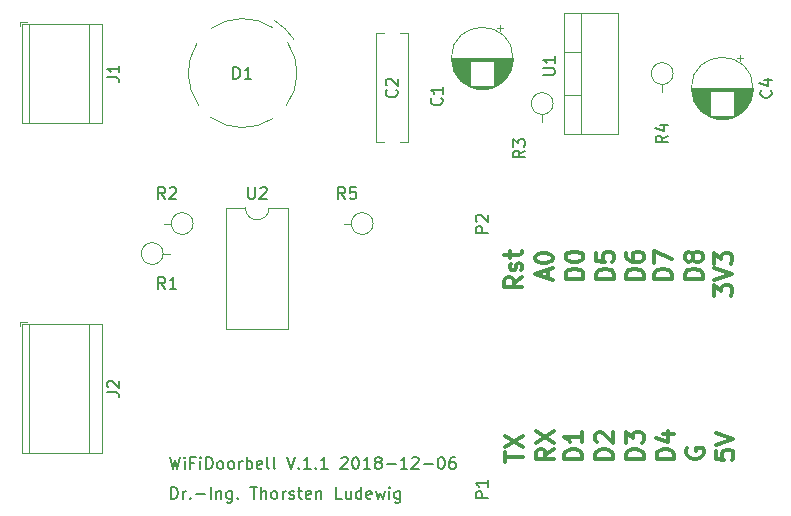
<source format=gbr>
G04 #@! TF.GenerationSoftware,KiCad,Pcbnew,(5.0.1-3-g963ef8bb5)*
G04 #@! TF.CreationDate,2018-12-14T14:37:57+01:00*
G04 #@! TF.ProjectId,WifiDoorBell-D1-mini,57696669446F6F7242656C6C2D44312D,1*
G04 #@! TF.SameCoordinates,Original*
G04 #@! TF.FileFunction,Legend,Top*
G04 #@! TF.FilePolarity,Positive*
%FSLAX46Y46*%
G04 Gerber Fmt 4.6, Leading zero omitted, Abs format (unit mm)*
G04 Created by KiCad (PCBNEW (5.0.1-3-g963ef8bb5)) date Freitag, 14. Dezember 2018 um 14:37:57*
%MOMM*%
%LPD*%
G01*
G04 APERTURE LIST*
%ADD10C,0.150000*%
%ADD11C,0.300000*%
%ADD12C,0.120000*%
G04 APERTURE END LIST*
D10*
X72630357Y-116292380D02*
X72868452Y-117292380D01*
X73058928Y-116578095D01*
X73249404Y-117292380D01*
X73487500Y-116292380D01*
X73868452Y-117292380D02*
X73868452Y-116625714D01*
X73868452Y-116292380D02*
X73820833Y-116340000D01*
X73868452Y-116387619D01*
X73916071Y-116340000D01*
X73868452Y-116292380D01*
X73868452Y-116387619D01*
X74677976Y-116768571D02*
X74344642Y-116768571D01*
X74344642Y-117292380D02*
X74344642Y-116292380D01*
X74820833Y-116292380D01*
X75201785Y-117292380D02*
X75201785Y-116625714D01*
X75201785Y-116292380D02*
X75154166Y-116340000D01*
X75201785Y-116387619D01*
X75249404Y-116340000D01*
X75201785Y-116292380D01*
X75201785Y-116387619D01*
X75677976Y-117292380D02*
X75677976Y-116292380D01*
X75916071Y-116292380D01*
X76058928Y-116340000D01*
X76154166Y-116435238D01*
X76201785Y-116530476D01*
X76249404Y-116720952D01*
X76249404Y-116863809D01*
X76201785Y-117054285D01*
X76154166Y-117149523D01*
X76058928Y-117244761D01*
X75916071Y-117292380D01*
X75677976Y-117292380D01*
X76820833Y-117292380D02*
X76725595Y-117244761D01*
X76677976Y-117197142D01*
X76630357Y-117101904D01*
X76630357Y-116816190D01*
X76677976Y-116720952D01*
X76725595Y-116673333D01*
X76820833Y-116625714D01*
X76963690Y-116625714D01*
X77058928Y-116673333D01*
X77106547Y-116720952D01*
X77154166Y-116816190D01*
X77154166Y-117101904D01*
X77106547Y-117197142D01*
X77058928Y-117244761D01*
X76963690Y-117292380D01*
X76820833Y-117292380D01*
X77725595Y-117292380D02*
X77630357Y-117244761D01*
X77582738Y-117197142D01*
X77535119Y-117101904D01*
X77535119Y-116816190D01*
X77582738Y-116720952D01*
X77630357Y-116673333D01*
X77725595Y-116625714D01*
X77868452Y-116625714D01*
X77963690Y-116673333D01*
X78011309Y-116720952D01*
X78058928Y-116816190D01*
X78058928Y-117101904D01*
X78011309Y-117197142D01*
X77963690Y-117244761D01*
X77868452Y-117292380D01*
X77725595Y-117292380D01*
X78487500Y-117292380D02*
X78487500Y-116625714D01*
X78487500Y-116816190D02*
X78535119Y-116720952D01*
X78582738Y-116673333D01*
X78677976Y-116625714D01*
X78773214Y-116625714D01*
X79106547Y-117292380D02*
X79106547Y-116292380D01*
X79106547Y-116673333D02*
X79201785Y-116625714D01*
X79392261Y-116625714D01*
X79487500Y-116673333D01*
X79535119Y-116720952D01*
X79582738Y-116816190D01*
X79582738Y-117101904D01*
X79535119Y-117197142D01*
X79487500Y-117244761D01*
X79392261Y-117292380D01*
X79201785Y-117292380D01*
X79106547Y-117244761D01*
X80392261Y-117244761D02*
X80297023Y-117292380D01*
X80106547Y-117292380D01*
X80011309Y-117244761D01*
X79963690Y-117149523D01*
X79963690Y-116768571D01*
X80011309Y-116673333D01*
X80106547Y-116625714D01*
X80297023Y-116625714D01*
X80392261Y-116673333D01*
X80439880Y-116768571D01*
X80439880Y-116863809D01*
X79963690Y-116959047D01*
X81011309Y-117292380D02*
X80916071Y-117244761D01*
X80868452Y-117149523D01*
X80868452Y-116292380D01*
X81535119Y-117292380D02*
X81439880Y-117244761D01*
X81392261Y-117149523D01*
X81392261Y-116292380D01*
X82535119Y-116292380D02*
X82868452Y-117292380D01*
X83201785Y-116292380D01*
X83535119Y-117197142D02*
X83582738Y-117244761D01*
X83535119Y-117292380D01*
X83487500Y-117244761D01*
X83535119Y-117197142D01*
X83535119Y-117292380D01*
X84535119Y-117292380D02*
X83963690Y-117292380D01*
X84249404Y-117292380D02*
X84249404Y-116292380D01*
X84154166Y-116435238D01*
X84058928Y-116530476D01*
X83963690Y-116578095D01*
X84963690Y-117197142D02*
X85011309Y-117244761D01*
X84963690Y-117292380D01*
X84916071Y-117244761D01*
X84963690Y-117197142D01*
X84963690Y-117292380D01*
X85963690Y-117292380D02*
X85392261Y-117292380D01*
X85677976Y-117292380D02*
X85677976Y-116292380D01*
X85582738Y-116435238D01*
X85487500Y-116530476D01*
X85392261Y-116578095D01*
X87106547Y-116387619D02*
X87154166Y-116340000D01*
X87249404Y-116292380D01*
X87487500Y-116292380D01*
X87582738Y-116340000D01*
X87630357Y-116387619D01*
X87677976Y-116482857D01*
X87677976Y-116578095D01*
X87630357Y-116720952D01*
X87058928Y-117292380D01*
X87677976Y-117292380D01*
X88297023Y-116292380D02*
X88392261Y-116292380D01*
X88487500Y-116340000D01*
X88535119Y-116387619D01*
X88582738Y-116482857D01*
X88630357Y-116673333D01*
X88630357Y-116911428D01*
X88582738Y-117101904D01*
X88535119Y-117197142D01*
X88487500Y-117244761D01*
X88392261Y-117292380D01*
X88297023Y-117292380D01*
X88201785Y-117244761D01*
X88154166Y-117197142D01*
X88106547Y-117101904D01*
X88058928Y-116911428D01*
X88058928Y-116673333D01*
X88106547Y-116482857D01*
X88154166Y-116387619D01*
X88201785Y-116340000D01*
X88297023Y-116292380D01*
X89582738Y-117292380D02*
X89011309Y-117292380D01*
X89297023Y-117292380D02*
X89297023Y-116292380D01*
X89201785Y-116435238D01*
X89106547Y-116530476D01*
X89011309Y-116578095D01*
X90154166Y-116720952D02*
X90058928Y-116673333D01*
X90011309Y-116625714D01*
X89963690Y-116530476D01*
X89963690Y-116482857D01*
X90011309Y-116387619D01*
X90058928Y-116340000D01*
X90154166Y-116292380D01*
X90344642Y-116292380D01*
X90439880Y-116340000D01*
X90487500Y-116387619D01*
X90535119Y-116482857D01*
X90535119Y-116530476D01*
X90487500Y-116625714D01*
X90439880Y-116673333D01*
X90344642Y-116720952D01*
X90154166Y-116720952D01*
X90058928Y-116768571D01*
X90011309Y-116816190D01*
X89963690Y-116911428D01*
X89963690Y-117101904D01*
X90011309Y-117197142D01*
X90058928Y-117244761D01*
X90154166Y-117292380D01*
X90344642Y-117292380D01*
X90439880Y-117244761D01*
X90487500Y-117197142D01*
X90535119Y-117101904D01*
X90535119Y-116911428D01*
X90487500Y-116816190D01*
X90439880Y-116768571D01*
X90344642Y-116720952D01*
X90963690Y-116911428D02*
X91725595Y-116911428D01*
X92725595Y-117292380D02*
X92154166Y-117292380D01*
X92439880Y-117292380D02*
X92439880Y-116292380D01*
X92344642Y-116435238D01*
X92249404Y-116530476D01*
X92154166Y-116578095D01*
X93106547Y-116387619D02*
X93154166Y-116340000D01*
X93249404Y-116292380D01*
X93487500Y-116292380D01*
X93582738Y-116340000D01*
X93630357Y-116387619D01*
X93677976Y-116482857D01*
X93677976Y-116578095D01*
X93630357Y-116720952D01*
X93058928Y-117292380D01*
X93677976Y-117292380D01*
X94106547Y-116911428D02*
X94868452Y-116911428D01*
X95535119Y-116292380D02*
X95630357Y-116292380D01*
X95725595Y-116340000D01*
X95773214Y-116387619D01*
X95820833Y-116482857D01*
X95868452Y-116673333D01*
X95868452Y-116911428D01*
X95820833Y-117101904D01*
X95773214Y-117197142D01*
X95725595Y-117244761D01*
X95630357Y-117292380D01*
X95535119Y-117292380D01*
X95439880Y-117244761D01*
X95392261Y-117197142D01*
X95344642Y-117101904D01*
X95297023Y-116911428D01*
X95297023Y-116673333D01*
X95344642Y-116482857D01*
X95392261Y-116387619D01*
X95439880Y-116340000D01*
X95535119Y-116292380D01*
X96725595Y-116292380D02*
X96535119Y-116292380D01*
X96439880Y-116340000D01*
X96392261Y-116387619D01*
X96297023Y-116530476D01*
X96249404Y-116720952D01*
X96249404Y-117101904D01*
X96297023Y-117197142D01*
X96344642Y-117244761D01*
X96439880Y-117292380D01*
X96630357Y-117292380D01*
X96725595Y-117244761D01*
X96773214Y-117197142D01*
X96820833Y-117101904D01*
X96820833Y-116863809D01*
X96773214Y-116768571D01*
X96725595Y-116720952D01*
X96630357Y-116673333D01*
X96439880Y-116673333D01*
X96344642Y-116720952D01*
X96297023Y-116768571D01*
X96249404Y-116863809D01*
X72725595Y-119832380D02*
X72725595Y-118832380D01*
X72963690Y-118832380D01*
X73106547Y-118880000D01*
X73201785Y-118975238D01*
X73249404Y-119070476D01*
X73297023Y-119260952D01*
X73297023Y-119403809D01*
X73249404Y-119594285D01*
X73201785Y-119689523D01*
X73106547Y-119784761D01*
X72963690Y-119832380D01*
X72725595Y-119832380D01*
X73725595Y-119832380D02*
X73725595Y-119165714D01*
X73725595Y-119356190D02*
X73773214Y-119260952D01*
X73820833Y-119213333D01*
X73916071Y-119165714D01*
X74011309Y-119165714D01*
X74344642Y-119737142D02*
X74392261Y-119784761D01*
X74344642Y-119832380D01*
X74297023Y-119784761D01*
X74344642Y-119737142D01*
X74344642Y-119832380D01*
X74820833Y-119451428D02*
X75582738Y-119451428D01*
X76058928Y-119832380D02*
X76058928Y-118832380D01*
X76535119Y-119165714D02*
X76535119Y-119832380D01*
X76535119Y-119260952D02*
X76582738Y-119213333D01*
X76677976Y-119165714D01*
X76820833Y-119165714D01*
X76916071Y-119213333D01*
X76963690Y-119308571D01*
X76963690Y-119832380D01*
X77868452Y-119165714D02*
X77868452Y-119975238D01*
X77820833Y-120070476D01*
X77773214Y-120118095D01*
X77677976Y-120165714D01*
X77535119Y-120165714D01*
X77439880Y-120118095D01*
X77868452Y-119784761D02*
X77773214Y-119832380D01*
X77582738Y-119832380D01*
X77487500Y-119784761D01*
X77439880Y-119737142D01*
X77392261Y-119641904D01*
X77392261Y-119356190D01*
X77439880Y-119260952D01*
X77487500Y-119213333D01*
X77582738Y-119165714D01*
X77773214Y-119165714D01*
X77868452Y-119213333D01*
X78344642Y-119737142D02*
X78392261Y-119784761D01*
X78344642Y-119832380D01*
X78297023Y-119784761D01*
X78344642Y-119737142D01*
X78344642Y-119832380D01*
X79439880Y-118832380D02*
X80011309Y-118832380D01*
X79725595Y-119832380D02*
X79725595Y-118832380D01*
X80344642Y-119832380D02*
X80344642Y-118832380D01*
X80773214Y-119832380D02*
X80773214Y-119308571D01*
X80725595Y-119213333D01*
X80630357Y-119165714D01*
X80487500Y-119165714D01*
X80392261Y-119213333D01*
X80344642Y-119260952D01*
X81392261Y-119832380D02*
X81297023Y-119784761D01*
X81249404Y-119737142D01*
X81201785Y-119641904D01*
X81201785Y-119356190D01*
X81249404Y-119260952D01*
X81297023Y-119213333D01*
X81392261Y-119165714D01*
X81535119Y-119165714D01*
X81630357Y-119213333D01*
X81677976Y-119260952D01*
X81725595Y-119356190D01*
X81725595Y-119641904D01*
X81677976Y-119737142D01*
X81630357Y-119784761D01*
X81535119Y-119832380D01*
X81392261Y-119832380D01*
X82154166Y-119832380D02*
X82154166Y-119165714D01*
X82154166Y-119356190D02*
X82201785Y-119260952D01*
X82249404Y-119213333D01*
X82344642Y-119165714D01*
X82439880Y-119165714D01*
X82725595Y-119784761D02*
X82820833Y-119832380D01*
X83011309Y-119832380D01*
X83106547Y-119784761D01*
X83154166Y-119689523D01*
X83154166Y-119641904D01*
X83106547Y-119546666D01*
X83011309Y-119499047D01*
X82868452Y-119499047D01*
X82773214Y-119451428D01*
X82725595Y-119356190D01*
X82725595Y-119308571D01*
X82773214Y-119213333D01*
X82868452Y-119165714D01*
X83011309Y-119165714D01*
X83106547Y-119213333D01*
X83439880Y-119165714D02*
X83820833Y-119165714D01*
X83582738Y-118832380D02*
X83582738Y-119689523D01*
X83630357Y-119784761D01*
X83725595Y-119832380D01*
X83820833Y-119832380D01*
X84535119Y-119784761D02*
X84439880Y-119832380D01*
X84249404Y-119832380D01*
X84154166Y-119784761D01*
X84106547Y-119689523D01*
X84106547Y-119308571D01*
X84154166Y-119213333D01*
X84249404Y-119165714D01*
X84439880Y-119165714D01*
X84535119Y-119213333D01*
X84582738Y-119308571D01*
X84582738Y-119403809D01*
X84106547Y-119499047D01*
X85011309Y-119165714D02*
X85011309Y-119832380D01*
X85011309Y-119260952D02*
X85058928Y-119213333D01*
X85154166Y-119165714D01*
X85297023Y-119165714D01*
X85392261Y-119213333D01*
X85439880Y-119308571D01*
X85439880Y-119832380D01*
X87154166Y-119832380D02*
X86677976Y-119832380D01*
X86677976Y-118832380D01*
X87916071Y-119165714D02*
X87916071Y-119832380D01*
X87487500Y-119165714D02*
X87487500Y-119689523D01*
X87535119Y-119784761D01*
X87630357Y-119832380D01*
X87773214Y-119832380D01*
X87868452Y-119784761D01*
X87916071Y-119737142D01*
X88820833Y-119832380D02*
X88820833Y-118832380D01*
X88820833Y-119784761D02*
X88725595Y-119832380D01*
X88535119Y-119832380D01*
X88439880Y-119784761D01*
X88392261Y-119737142D01*
X88344642Y-119641904D01*
X88344642Y-119356190D01*
X88392261Y-119260952D01*
X88439880Y-119213333D01*
X88535119Y-119165714D01*
X88725595Y-119165714D01*
X88820833Y-119213333D01*
X89677976Y-119784761D02*
X89582738Y-119832380D01*
X89392261Y-119832380D01*
X89297023Y-119784761D01*
X89249404Y-119689523D01*
X89249404Y-119308571D01*
X89297023Y-119213333D01*
X89392261Y-119165714D01*
X89582738Y-119165714D01*
X89677976Y-119213333D01*
X89725595Y-119308571D01*
X89725595Y-119403809D01*
X89249404Y-119499047D01*
X90058928Y-119165714D02*
X90249404Y-119832380D01*
X90439880Y-119356190D01*
X90630357Y-119832380D01*
X90820833Y-119165714D01*
X91201785Y-119832380D02*
X91201785Y-119165714D01*
X91201785Y-118832380D02*
X91154166Y-118880000D01*
X91201785Y-118927619D01*
X91249404Y-118880000D01*
X91201785Y-118832380D01*
X91201785Y-118927619D01*
X92106547Y-119165714D02*
X92106547Y-119975238D01*
X92058928Y-120070476D01*
X92011309Y-120118095D01*
X91916071Y-120165714D01*
X91773214Y-120165714D01*
X91677976Y-120118095D01*
X92106547Y-119784761D02*
X92011309Y-119832380D01*
X91820833Y-119832380D01*
X91725595Y-119784761D01*
X91677976Y-119737142D01*
X91630357Y-119641904D01*
X91630357Y-119356190D01*
X91677976Y-119260952D01*
X91725595Y-119213333D01*
X91820833Y-119165714D01*
X92011309Y-119165714D01*
X92106547Y-119213333D01*
D11*
X107625850Y-101197838D02*
X106125850Y-101197838D01*
X106125850Y-100840696D01*
X106197279Y-100626410D01*
X106340136Y-100483553D01*
X106482993Y-100412124D01*
X106768707Y-100340696D01*
X106982993Y-100340696D01*
X107268707Y-100412124D01*
X107411564Y-100483553D01*
X107554421Y-100626410D01*
X107625850Y-100840696D01*
X107625850Y-101197838D01*
X106125850Y-99412124D02*
X106125850Y-99269267D01*
X106197279Y-99126410D01*
X106268707Y-99054981D01*
X106411564Y-98983553D01*
X106697279Y-98912124D01*
X107054421Y-98912124D01*
X107340136Y-98983553D01*
X107482993Y-99054981D01*
X107554421Y-99126410D01*
X107625850Y-99269267D01*
X107625850Y-99412124D01*
X107554421Y-99554981D01*
X107482993Y-99626410D01*
X107340136Y-99697838D01*
X107054421Y-99769267D01*
X106697279Y-99769267D01*
X106411564Y-99697838D01*
X106268707Y-99626410D01*
X106197279Y-99554981D01*
X106125850Y-99412124D01*
X112725850Y-116457838D02*
X111225850Y-116457838D01*
X111225850Y-116100696D01*
X111297279Y-115886410D01*
X111440136Y-115743553D01*
X111582993Y-115672124D01*
X111868707Y-115600696D01*
X112082993Y-115600696D01*
X112368707Y-115672124D01*
X112511564Y-115743553D01*
X112654421Y-115886410D01*
X112725850Y-116100696D01*
X112725850Y-116457838D01*
X111225850Y-115100696D02*
X111225850Y-114172124D01*
X111797279Y-114672124D01*
X111797279Y-114457838D01*
X111868707Y-114314981D01*
X111940136Y-114243553D01*
X112082993Y-114172124D01*
X112440136Y-114172124D01*
X112582993Y-114243553D01*
X112654421Y-114314981D01*
X112725850Y-114457838D01*
X112725850Y-114886410D01*
X112654421Y-115029267D01*
X112582993Y-115100696D01*
X104597279Y-101162124D02*
X104597279Y-100447838D01*
X105025850Y-101304981D02*
X103525850Y-100804981D01*
X105025850Y-100304981D01*
X103525850Y-99519267D02*
X103525850Y-99376410D01*
X103597279Y-99233553D01*
X103668707Y-99162124D01*
X103811564Y-99090696D01*
X104097279Y-99019267D01*
X104454421Y-99019267D01*
X104740136Y-99090696D01*
X104882993Y-99162124D01*
X104954421Y-99233553D01*
X105025850Y-99376410D01*
X105025850Y-99519267D01*
X104954421Y-99662124D01*
X104882993Y-99733553D01*
X104740136Y-99804981D01*
X104454421Y-99876410D01*
X104097279Y-99876410D01*
X103811564Y-99804981D01*
X103668707Y-99733553D01*
X103597279Y-99662124D01*
X103525850Y-99519267D01*
X101025850Y-116693553D02*
X101025850Y-115836410D01*
X102525850Y-116264981D02*
X101025850Y-116264981D01*
X101025850Y-115479267D02*
X102525850Y-114479267D01*
X101025850Y-114479267D02*
X102525850Y-115479267D01*
X117725850Y-101197838D02*
X116225850Y-101197838D01*
X116225850Y-100840696D01*
X116297279Y-100626410D01*
X116440136Y-100483553D01*
X116582993Y-100412124D01*
X116868707Y-100340696D01*
X117082993Y-100340696D01*
X117368707Y-100412124D01*
X117511564Y-100483553D01*
X117654421Y-100626410D01*
X117725850Y-100840696D01*
X117725850Y-101197838D01*
X116868707Y-99483553D02*
X116797279Y-99626410D01*
X116725850Y-99697838D01*
X116582993Y-99769267D01*
X116511564Y-99769267D01*
X116368707Y-99697838D01*
X116297279Y-99626410D01*
X116225850Y-99483553D01*
X116225850Y-99197838D01*
X116297279Y-99054981D01*
X116368707Y-98983553D01*
X116511564Y-98912124D01*
X116582993Y-98912124D01*
X116725850Y-98983553D01*
X116797279Y-99054981D01*
X116868707Y-99197838D01*
X116868707Y-99483553D01*
X116940136Y-99626410D01*
X117011564Y-99697838D01*
X117154421Y-99769267D01*
X117440136Y-99769267D01*
X117582993Y-99697838D01*
X117654421Y-99626410D01*
X117725850Y-99483553D01*
X117725850Y-99197838D01*
X117654421Y-99054981D01*
X117582993Y-98983553D01*
X117440136Y-98912124D01*
X117154421Y-98912124D01*
X117011564Y-98983553D01*
X116940136Y-99054981D01*
X116868707Y-99197838D01*
X115325850Y-116457838D02*
X113825850Y-116457838D01*
X113825850Y-116100696D01*
X113897279Y-115886410D01*
X114040136Y-115743553D01*
X114182993Y-115672124D01*
X114468707Y-115600696D01*
X114682993Y-115600696D01*
X114968707Y-115672124D01*
X115111564Y-115743553D01*
X115254421Y-115886410D01*
X115325850Y-116100696D01*
X115325850Y-116457838D01*
X114325850Y-114314981D02*
X115325850Y-114314981D01*
X113754421Y-114672124D02*
X114825850Y-115029267D01*
X114825850Y-114100696D01*
X102425850Y-101062124D02*
X101711564Y-101562124D01*
X102425850Y-101919267D02*
X100925850Y-101919267D01*
X100925850Y-101347838D01*
X100997279Y-101204981D01*
X101068707Y-101133553D01*
X101211564Y-101062124D01*
X101425850Y-101062124D01*
X101568707Y-101133553D01*
X101640136Y-101204981D01*
X101711564Y-101347838D01*
X101711564Y-101919267D01*
X102354421Y-100490696D02*
X102425850Y-100347838D01*
X102425850Y-100062124D01*
X102354421Y-99919267D01*
X102211564Y-99847838D01*
X102140136Y-99847838D01*
X101997279Y-99919267D01*
X101925850Y-100062124D01*
X101925850Y-100276410D01*
X101854421Y-100419267D01*
X101711564Y-100490696D01*
X101640136Y-100490696D01*
X101497279Y-100419267D01*
X101425850Y-100276410D01*
X101425850Y-100062124D01*
X101497279Y-99919267D01*
X101425850Y-99419267D02*
X101425850Y-98847838D01*
X100925850Y-99204981D02*
X102211564Y-99204981D01*
X102354421Y-99133553D01*
X102425850Y-98990696D01*
X102425850Y-98847838D01*
X118825850Y-115736410D02*
X118825850Y-116450696D01*
X119540136Y-116522124D01*
X119468707Y-116450696D01*
X119397279Y-116307838D01*
X119397279Y-115950696D01*
X119468707Y-115807838D01*
X119540136Y-115736410D01*
X119682993Y-115664981D01*
X120040136Y-115664981D01*
X120182993Y-115736410D01*
X120254421Y-115807838D01*
X120325850Y-115950696D01*
X120325850Y-116307838D01*
X120254421Y-116450696D01*
X120182993Y-116522124D01*
X118825850Y-115236410D02*
X120325850Y-114736410D01*
X118825850Y-114236410D01*
X118725850Y-102647838D02*
X118725850Y-101719267D01*
X119297279Y-102219267D01*
X119297279Y-102004981D01*
X119368707Y-101862124D01*
X119440136Y-101790696D01*
X119582993Y-101719267D01*
X119940136Y-101719267D01*
X120082993Y-101790696D01*
X120154421Y-101862124D01*
X120225850Y-102004981D01*
X120225850Y-102433553D01*
X120154421Y-102576410D01*
X120082993Y-102647838D01*
X118725850Y-101290696D02*
X120225850Y-100790696D01*
X118725850Y-100290696D01*
X118725850Y-99933553D02*
X118725850Y-99004981D01*
X119297279Y-99504981D01*
X119297279Y-99290696D01*
X119368707Y-99147838D01*
X119440136Y-99076410D01*
X119582993Y-99004981D01*
X119940136Y-99004981D01*
X120082993Y-99076410D01*
X120154421Y-99147838D01*
X120225850Y-99290696D01*
X120225850Y-99719267D01*
X120154421Y-99862124D01*
X120082993Y-99933553D01*
X116397279Y-115557838D02*
X116325850Y-115700696D01*
X116325850Y-115914981D01*
X116397279Y-116129267D01*
X116540136Y-116272124D01*
X116682993Y-116343553D01*
X116968707Y-116414981D01*
X117182993Y-116414981D01*
X117468707Y-116343553D01*
X117611564Y-116272124D01*
X117754421Y-116129267D01*
X117825850Y-115914981D01*
X117825850Y-115772124D01*
X117754421Y-115557838D01*
X117682993Y-115486410D01*
X117182993Y-115486410D01*
X117182993Y-115772124D01*
X105125850Y-115600696D02*
X104411564Y-116100696D01*
X105125850Y-116457838D02*
X103625850Y-116457838D01*
X103625850Y-115886410D01*
X103697279Y-115743553D01*
X103768707Y-115672124D01*
X103911564Y-115600696D01*
X104125850Y-115600696D01*
X104268707Y-115672124D01*
X104340136Y-115743553D01*
X104411564Y-115886410D01*
X104411564Y-116457838D01*
X103625850Y-115100696D02*
X105125850Y-114100696D01*
X103625850Y-114100696D02*
X105125850Y-115100696D01*
X110125850Y-116457838D02*
X108625850Y-116457838D01*
X108625850Y-116100696D01*
X108697279Y-115886410D01*
X108840136Y-115743553D01*
X108982993Y-115672124D01*
X109268707Y-115600696D01*
X109482993Y-115600696D01*
X109768707Y-115672124D01*
X109911564Y-115743553D01*
X110054421Y-115886410D01*
X110125850Y-116100696D01*
X110125850Y-116457838D01*
X108768707Y-115029267D02*
X108697279Y-114957838D01*
X108625850Y-114814981D01*
X108625850Y-114457838D01*
X108697279Y-114314981D01*
X108768707Y-114243553D01*
X108911564Y-114172124D01*
X109054421Y-114172124D01*
X109268707Y-114243553D01*
X110125850Y-115100696D01*
X110125850Y-114172124D01*
X115125850Y-101197838D02*
X113625850Y-101197838D01*
X113625850Y-100840696D01*
X113697279Y-100626410D01*
X113840136Y-100483553D01*
X113982993Y-100412124D01*
X114268707Y-100340696D01*
X114482993Y-100340696D01*
X114768707Y-100412124D01*
X114911564Y-100483553D01*
X115054421Y-100626410D01*
X115125850Y-100840696D01*
X115125850Y-101197838D01*
X113625850Y-99840696D02*
X113625850Y-98840696D01*
X115125850Y-99483553D01*
X110225850Y-101197838D02*
X108725850Y-101197838D01*
X108725850Y-100840696D01*
X108797279Y-100626410D01*
X108940136Y-100483553D01*
X109082993Y-100412124D01*
X109368707Y-100340696D01*
X109582993Y-100340696D01*
X109868707Y-100412124D01*
X110011564Y-100483553D01*
X110154421Y-100626410D01*
X110225850Y-100840696D01*
X110225850Y-101197838D01*
X108725850Y-98983553D02*
X108725850Y-99697838D01*
X109440136Y-99769267D01*
X109368707Y-99697838D01*
X109297279Y-99554981D01*
X109297279Y-99197838D01*
X109368707Y-99054981D01*
X109440136Y-98983553D01*
X109582993Y-98912124D01*
X109940136Y-98912124D01*
X110082993Y-98983553D01*
X110154421Y-99054981D01*
X110225850Y-99197838D01*
X110225850Y-99554981D01*
X110154421Y-99697838D01*
X110082993Y-99769267D01*
X107525850Y-116457838D02*
X106025850Y-116457838D01*
X106025850Y-116100696D01*
X106097279Y-115886410D01*
X106240136Y-115743553D01*
X106382993Y-115672124D01*
X106668707Y-115600696D01*
X106882993Y-115600696D01*
X107168707Y-115672124D01*
X107311564Y-115743553D01*
X107454421Y-115886410D01*
X107525850Y-116100696D01*
X107525850Y-116457838D01*
X107525850Y-114172124D02*
X107525850Y-115029267D01*
X107525850Y-114600696D02*
X106025850Y-114600696D01*
X106240136Y-114743553D01*
X106382993Y-114886410D01*
X106454421Y-115029267D01*
X112725850Y-101197838D02*
X111225850Y-101197838D01*
X111225850Y-100840696D01*
X111297279Y-100626410D01*
X111440136Y-100483553D01*
X111582993Y-100412124D01*
X111868707Y-100340696D01*
X112082993Y-100340696D01*
X112368707Y-100412124D01*
X112511564Y-100483553D01*
X112654421Y-100626410D01*
X112725850Y-100840696D01*
X112725850Y-101197838D01*
X111225850Y-99054981D02*
X111225850Y-99340696D01*
X111297279Y-99483553D01*
X111368707Y-99554981D01*
X111582993Y-99697838D01*
X111868707Y-99769267D01*
X112440136Y-99769267D01*
X112582993Y-99697838D01*
X112654421Y-99626410D01*
X112725850Y-99483553D01*
X112725850Y-99197838D01*
X112654421Y-99054981D01*
X112582993Y-98983553D01*
X112440136Y-98912124D01*
X112082993Y-98912124D01*
X111940136Y-98983553D01*
X111868707Y-99054981D01*
X111797279Y-99197838D01*
X111797279Y-99483553D01*
X111868707Y-99626410D01*
X111940136Y-99697838D01*
X112082993Y-99769267D01*
D12*
G04 #@! TO.C,C1*
X101680000Y-82530000D02*
G75*
G03X101680000Y-82530000I-2620000J0D01*
G01*
X101640000Y-82530000D02*
X96480000Y-82530000D01*
X101640000Y-82570000D02*
X96480000Y-82570000D01*
X101639000Y-82610000D02*
X96481000Y-82610000D01*
X101638000Y-82650000D02*
X96482000Y-82650000D01*
X101636000Y-82690000D02*
X96484000Y-82690000D01*
X101633000Y-82730000D02*
X96487000Y-82730000D01*
X101629000Y-82770000D02*
X100100000Y-82770000D01*
X98020000Y-82770000D02*
X96491000Y-82770000D01*
X101625000Y-82810000D02*
X100100000Y-82810000D01*
X98020000Y-82810000D02*
X96495000Y-82810000D01*
X101621000Y-82850000D02*
X100100000Y-82850000D01*
X98020000Y-82850000D02*
X96499000Y-82850000D01*
X101616000Y-82890000D02*
X100100000Y-82890000D01*
X98020000Y-82890000D02*
X96504000Y-82890000D01*
X101610000Y-82930000D02*
X100100000Y-82930000D01*
X98020000Y-82930000D02*
X96510000Y-82930000D01*
X101603000Y-82970000D02*
X100100000Y-82970000D01*
X98020000Y-82970000D02*
X96517000Y-82970000D01*
X101596000Y-83010000D02*
X100100000Y-83010000D01*
X98020000Y-83010000D02*
X96524000Y-83010000D01*
X101588000Y-83050000D02*
X100100000Y-83050000D01*
X98020000Y-83050000D02*
X96532000Y-83050000D01*
X101580000Y-83090000D02*
X100100000Y-83090000D01*
X98020000Y-83090000D02*
X96540000Y-83090000D01*
X101571000Y-83130000D02*
X100100000Y-83130000D01*
X98020000Y-83130000D02*
X96549000Y-83130000D01*
X101561000Y-83170000D02*
X100100000Y-83170000D01*
X98020000Y-83170000D02*
X96559000Y-83170000D01*
X101551000Y-83210000D02*
X100100000Y-83210000D01*
X98020000Y-83210000D02*
X96569000Y-83210000D01*
X101540000Y-83251000D02*
X100100000Y-83251000D01*
X98020000Y-83251000D02*
X96580000Y-83251000D01*
X101528000Y-83291000D02*
X100100000Y-83291000D01*
X98020000Y-83291000D02*
X96592000Y-83291000D01*
X101515000Y-83331000D02*
X100100000Y-83331000D01*
X98020000Y-83331000D02*
X96605000Y-83331000D01*
X101502000Y-83371000D02*
X100100000Y-83371000D01*
X98020000Y-83371000D02*
X96618000Y-83371000D01*
X101488000Y-83411000D02*
X100100000Y-83411000D01*
X98020000Y-83411000D02*
X96632000Y-83411000D01*
X101474000Y-83451000D02*
X100100000Y-83451000D01*
X98020000Y-83451000D02*
X96646000Y-83451000D01*
X101458000Y-83491000D02*
X100100000Y-83491000D01*
X98020000Y-83491000D02*
X96662000Y-83491000D01*
X101442000Y-83531000D02*
X100100000Y-83531000D01*
X98020000Y-83531000D02*
X96678000Y-83531000D01*
X101425000Y-83571000D02*
X100100000Y-83571000D01*
X98020000Y-83571000D02*
X96695000Y-83571000D01*
X101408000Y-83611000D02*
X100100000Y-83611000D01*
X98020000Y-83611000D02*
X96712000Y-83611000D01*
X101389000Y-83651000D02*
X100100000Y-83651000D01*
X98020000Y-83651000D02*
X96731000Y-83651000D01*
X101370000Y-83691000D02*
X100100000Y-83691000D01*
X98020000Y-83691000D02*
X96750000Y-83691000D01*
X101350000Y-83731000D02*
X100100000Y-83731000D01*
X98020000Y-83731000D02*
X96770000Y-83731000D01*
X101328000Y-83771000D02*
X100100000Y-83771000D01*
X98020000Y-83771000D02*
X96792000Y-83771000D01*
X101307000Y-83811000D02*
X100100000Y-83811000D01*
X98020000Y-83811000D02*
X96813000Y-83811000D01*
X101284000Y-83851000D02*
X100100000Y-83851000D01*
X98020000Y-83851000D02*
X96836000Y-83851000D01*
X101260000Y-83891000D02*
X100100000Y-83891000D01*
X98020000Y-83891000D02*
X96860000Y-83891000D01*
X101235000Y-83931000D02*
X100100000Y-83931000D01*
X98020000Y-83931000D02*
X96885000Y-83931000D01*
X101209000Y-83971000D02*
X100100000Y-83971000D01*
X98020000Y-83971000D02*
X96911000Y-83971000D01*
X101182000Y-84011000D02*
X100100000Y-84011000D01*
X98020000Y-84011000D02*
X96938000Y-84011000D01*
X101155000Y-84051000D02*
X100100000Y-84051000D01*
X98020000Y-84051000D02*
X96965000Y-84051000D01*
X101125000Y-84091000D02*
X100100000Y-84091000D01*
X98020000Y-84091000D02*
X96995000Y-84091000D01*
X101095000Y-84131000D02*
X100100000Y-84131000D01*
X98020000Y-84131000D02*
X97025000Y-84131000D01*
X101064000Y-84171000D02*
X100100000Y-84171000D01*
X98020000Y-84171000D02*
X97056000Y-84171000D01*
X101031000Y-84211000D02*
X100100000Y-84211000D01*
X98020000Y-84211000D02*
X97089000Y-84211000D01*
X100997000Y-84251000D02*
X100100000Y-84251000D01*
X98020000Y-84251000D02*
X97123000Y-84251000D01*
X100961000Y-84291000D02*
X100100000Y-84291000D01*
X98020000Y-84291000D02*
X97159000Y-84291000D01*
X100924000Y-84331000D02*
X100100000Y-84331000D01*
X98020000Y-84331000D02*
X97196000Y-84331000D01*
X100886000Y-84371000D02*
X100100000Y-84371000D01*
X98020000Y-84371000D02*
X97234000Y-84371000D01*
X100845000Y-84411000D02*
X100100000Y-84411000D01*
X98020000Y-84411000D02*
X97275000Y-84411000D01*
X100803000Y-84451000D02*
X100100000Y-84451000D01*
X98020000Y-84451000D02*
X97317000Y-84451000D01*
X100759000Y-84491000D02*
X100100000Y-84491000D01*
X98020000Y-84491000D02*
X97361000Y-84491000D01*
X100713000Y-84531000D02*
X100100000Y-84531000D01*
X98020000Y-84531000D02*
X97407000Y-84531000D01*
X100665000Y-84571000D02*
X100100000Y-84571000D01*
X98020000Y-84571000D02*
X97455000Y-84571000D01*
X100614000Y-84611000D02*
X100100000Y-84611000D01*
X98020000Y-84611000D02*
X97506000Y-84611000D01*
X100560000Y-84651000D02*
X100100000Y-84651000D01*
X98020000Y-84651000D02*
X97560000Y-84651000D01*
X100503000Y-84691000D02*
X100100000Y-84691000D01*
X98020000Y-84691000D02*
X97617000Y-84691000D01*
X100443000Y-84731000D02*
X100100000Y-84731000D01*
X98020000Y-84731000D02*
X97677000Y-84731000D01*
X100379000Y-84771000D02*
X100100000Y-84771000D01*
X98020000Y-84771000D02*
X97741000Y-84771000D01*
X100311000Y-84811000D02*
X100100000Y-84811000D01*
X98020000Y-84811000D02*
X97809000Y-84811000D01*
X100238000Y-84851000D02*
X97882000Y-84851000D01*
X100158000Y-84891000D02*
X97962000Y-84891000D01*
X100071000Y-84931000D02*
X98049000Y-84931000D01*
X99975000Y-84971000D02*
X98145000Y-84971000D01*
X99865000Y-85011000D02*
X98255000Y-85011000D01*
X99737000Y-85051000D02*
X98383000Y-85051000D01*
X99578000Y-85091000D02*
X98542000Y-85091000D01*
X99344000Y-85131000D02*
X98776000Y-85131000D01*
X100535000Y-79725225D02*
X100535000Y-80225225D01*
X100785000Y-79975225D02*
X100285000Y-79975225D01*
G04 #@! TO.C,C2*
X92810000Y-80410000D02*
X92810000Y-89650000D01*
X90070000Y-80410000D02*
X90070000Y-89650000D01*
X92810000Y-80410000D02*
X92105000Y-80410000D01*
X90775000Y-80410000D02*
X90070000Y-80410000D01*
X92810000Y-89650000D02*
X92105000Y-89650000D01*
X90775000Y-89650000D02*
X90070000Y-89650000D01*
G04 #@! TO.C,C4*
X121105000Y-82515225D02*
X120605000Y-82515225D01*
X120855000Y-82265225D02*
X120855000Y-82765225D01*
X119664000Y-87671000D02*
X119096000Y-87671000D01*
X119898000Y-87631000D02*
X118862000Y-87631000D01*
X120057000Y-87591000D02*
X118703000Y-87591000D01*
X120185000Y-87551000D02*
X118575000Y-87551000D01*
X120295000Y-87511000D02*
X118465000Y-87511000D01*
X120391000Y-87471000D02*
X118369000Y-87471000D01*
X120478000Y-87431000D02*
X118282000Y-87431000D01*
X120558000Y-87391000D02*
X118202000Y-87391000D01*
X118340000Y-87351000D02*
X118129000Y-87351000D01*
X120631000Y-87351000D02*
X120420000Y-87351000D01*
X118340000Y-87311000D02*
X118061000Y-87311000D01*
X120699000Y-87311000D02*
X120420000Y-87311000D01*
X118340000Y-87271000D02*
X117997000Y-87271000D01*
X120763000Y-87271000D02*
X120420000Y-87271000D01*
X118340000Y-87231000D02*
X117937000Y-87231000D01*
X120823000Y-87231000D02*
X120420000Y-87231000D01*
X118340000Y-87191000D02*
X117880000Y-87191000D01*
X120880000Y-87191000D02*
X120420000Y-87191000D01*
X118340000Y-87151000D02*
X117826000Y-87151000D01*
X120934000Y-87151000D02*
X120420000Y-87151000D01*
X118340000Y-87111000D02*
X117775000Y-87111000D01*
X120985000Y-87111000D02*
X120420000Y-87111000D01*
X118340000Y-87071000D02*
X117727000Y-87071000D01*
X121033000Y-87071000D02*
X120420000Y-87071000D01*
X118340000Y-87031000D02*
X117681000Y-87031000D01*
X121079000Y-87031000D02*
X120420000Y-87031000D01*
X118340000Y-86991000D02*
X117637000Y-86991000D01*
X121123000Y-86991000D02*
X120420000Y-86991000D01*
X118340000Y-86951000D02*
X117595000Y-86951000D01*
X121165000Y-86951000D02*
X120420000Y-86951000D01*
X118340000Y-86911000D02*
X117554000Y-86911000D01*
X121206000Y-86911000D02*
X120420000Y-86911000D01*
X118340000Y-86871000D02*
X117516000Y-86871000D01*
X121244000Y-86871000D02*
X120420000Y-86871000D01*
X118340000Y-86831000D02*
X117479000Y-86831000D01*
X121281000Y-86831000D02*
X120420000Y-86831000D01*
X118340000Y-86791000D02*
X117443000Y-86791000D01*
X121317000Y-86791000D02*
X120420000Y-86791000D01*
X118340000Y-86751000D02*
X117409000Y-86751000D01*
X121351000Y-86751000D02*
X120420000Y-86751000D01*
X118340000Y-86711000D02*
X117376000Y-86711000D01*
X121384000Y-86711000D02*
X120420000Y-86711000D01*
X118340000Y-86671000D02*
X117345000Y-86671000D01*
X121415000Y-86671000D02*
X120420000Y-86671000D01*
X118340000Y-86631000D02*
X117315000Y-86631000D01*
X121445000Y-86631000D02*
X120420000Y-86631000D01*
X118340000Y-86591000D02*
X117285000Y-86591000D01*
X121475000Y-86591000D02*
X120420000Y-86591000D01*
X118340000Y-86551000D02*
X117258000Y-86551000D01*
X121502000Y-86551000D02*
X120420000Y-86551000D01*
X118340000Y-86511000D02*
X117231000Y-86511000D01*
X121529000Y-86511000D02*
X120420000Y-86511000D01*
X118340000Y-86471000D02*
X117205000Y-86471000D01*
X121555000Y-86471000D02*
X120420000Y-86471000D01*
X118340000Y-86431000D02*
X117180000Y-86431000D01*
X121580000Y-86431000D02*
X120420000Y-86431000D01*
X118340000Y-86391000D02*
X117156000Y-86391000D01*
X121604000Y-86391000D02*
X120420000Y-86391000D01*
X118340000Y-86351000D02*
X117133000Y-86351000D01*
X121627000Y-86351000D02*
X120420000Y-86351000D01*
X118340000Y-86311000D02*
X117112000Y-86311000D01*
X121648000Y-86311000D02*
X120420000Y-86311000D01*
X118340000Y-86271000D02*
X117090000Y-86271000D01*
X121670000Y-86271000D02*
X120420000Y-86271000D01*
X118340000Y-86231000D02*
X117070000Y-86231000D01*
X121690000Y-86231000D02*
X120420000Y-86231000D01*
X118340000Y-86191000D02*
X117051000Y-86191000D01*
X121709000Y-86191000D02*
X120420000Y-86191000D01*
X118340000Y-86151000D02*
X117032000Y-86151000D01*
X121728000Y-86151000D02*
X120420000Y-86151000D01*
X118340000Y-86111000D02*
X117015000Y-86111000D01*
X121745000Y-86111000D02*
X120420000Y-86111000D01*
X118340000Y-86071000D02*
X116998000Y-86071000D01*
X121762000Y-86071000D02*
X120420000Y-86071000D01*
X118340000Y-86031000D02*
X116982000Y-86031000D01*
X121778000Y-86031000D02*
X120420000Y-86031000D01*
X118340000Y-85991000D02*
X116966000Y-85991000D01*
X121794000Y-85991000D02*
X120420000Y-85991000D01*
X118340000Y-85951000D02*
X116952000Y-85951000D01*
X121808000Y-85951000D02*
X120420000Y-85951000D01*
X118340000Y-85911000D02*
X116938000Y-85911000D01*
X121822000Y-85911000D02*
X120420000Y-85911000D01*
X118340000Y-85871000D02*
X116925000Y-85871000D01*
X121835000Y-85871000D02*
X120420000Y-85871000D01*
X118340000Y-85831000D02*
X116912000Y-85831000D01*
X121848000Y-85831000D02*
X120420000Y-85831000D01*
X118340000Y-85791000D02*
X116900000Y-85791000D01*
X121860000Y-85791000D02*
X120420000Y-85791000D01*
X118340000Y-85750000D02*
X116889000Y-85750000D01*
X121871000Y-85750000D02*
X120420000Y-85750000D01*
X118340000Y-85710000D02*
X116879000Y-85710000D01*
X121881000Y-85710000D02*
X120420000Y-85710000D01*
X118340000Y-85670000D02*
X116869000Y-85670000D01*
X121891000Y-85670000D02*
X120420000Y-85670000D01*
X118340000Y-85630000D02*
X116860000Y-85630000D01*
X121900000Y-85630000D02*
X120420000Y-85630000D01*
X118340000Y-85590000D02*
X116852000Y-85590000D01*
X121908000Y-85590000D02*
X120420000Y-85590000D01*
X118340000Y-85550000D02*
X116844000Y-85550000D01*
X121916000Y-85550000D02*
X120420000Y-85550000D01*
X118340000Y-85510000D02*
X116837000Y-85510000D01*
X121923000Y-85510000D02*
X120420000Y-85510000D01*
X118340000Y-85470000D02*
X116830000Y-85470000D01*
X121930000Y-85470000D02*
X120420000Y-85470000D01*
X118340000Y-85430000D02*
X116824000Y-85430000D01*
X121936000Y-85430000D02*
X120420000Y-85430000D01*
X118340000Y-85390000D02*
X116819000Y-85390000D01*
X121941000Y-85390000D02*
X120420000Y-85390000D01*
X118340000Y-85350000D02*
X116815000Y-85350000D01*
X121945000Y-85350000D02*
X120420000Y-85350000D01*
X118340000Y-85310000D02*
X116811000Y-85310000D01*
X121949000Y-85310000D02*
X120420000Y-85310000D01*
X121953000Y-85270000D02*
X116807000Y-85270000D01*
X121956000Y-85230000D02*
X116804000Y-85230000D01*
X121958000Y-85190000D02*
X116802000Y-85190000D01*
X121959000Y-85150000D02*
X116801000Y-85150000D01*
X121960000Y-85110000D02*
X116800000Y-85110000D01*
X121960000Y-85070000D02*
X116800000Y-85070000D01*
X122000000Y-85070000D02*
G75*
G03X122000000Y-85070000I-2620000J0D01*
G01*
G04 #@! TO.C,D1*
X81463757Y-79325513D02*
G75*
G02X83130000Y-80930000I-2683757J-4454487D01*
G01*
X81366109Y-79950569D02*
G75*
G03X76080000Y-80030000I-2586109J-3829431D01*
G01*
X74901200Y-81288533D02*
G75*
G03X75080000Y-86530000I3878800J-2491467D01*
G01*
X76081739Y-87527584D02*
G75*
G03X81330000Y-87630000I2698261J3747584D01*
G01*
X82469371Y-86534731D02*
G75*
G03X82580000Y-81180000I-3689371J2754731D01*
G01*
G04 #@! TO.C,R1*
X72740000Y-96520000D02*
X72120000Y-96520000D01*
X74580000Y-96520000D02*
G75*
G03X74580000Y-96520000I-920000J0D01*
G01*
G04 #@! TO.C,R2*
X72040000Y-99060000D02*
G75*
G03X72040000Y-99060000I-920000J0D01*
G01*
X72040000Y-99060000D02*
X72660000Y-99060000D01*
G04 #@! TO.C,R3*
X105060000Y-86360000D02*
G75*
G03X105060000Y-86360000I-920000J0D01*
G01*
X104140000Y-87280000D02*
X104140000Y-87900000D01*
G04 #@! TO.C,R4*
X114300000Y-84740000D02*
X114300000Y-85360000D01*
X115220000Y-83820000D02*
G75*
G03X115220000Y-83820000I-920000J0D01*
G01*
G04 #@! TO.C,R5*
X89820000Y-96520000D02*
G75*
G03X89820000Y-96520000I-920000J0D01*
G01*
X87980000Y-96520000D02*
X87360000Y-96520000D01*
G04 #@! TO.C,U1*
X105950000Y-88940000D02*
X105950000Y-78700000D01*
X110591000Y-88940000D02*
X110591000Y-78700000D01*
X105950000Y-88940000D02*
X110591000Y-88940000D01*
X105950000Y-78700000D02*
X110591000Y-78700000D01*
X107460000Y-88940000D02*
X107460000Y-78700000D01*
X105950000Y-85670000D02*
X107460000Y-85670000D01*
X105950000Y-81969000D02*
X107460000Y-81969000D01*
G04 #@! TO.C,U2*
X81010000Y-95190000D02*
G75*
G02X79010000Y-95190000I-1000000J0D01*
G01*
X79010000Y-95190000D02*
X77360000Y-95190000D01*
X77360000Y-95190000D02*
X77360000Y-105470000D01*
X77360000Y-105470000D02*
X82660000Y-105470000D01*
X82660000Y-105470000D02*
X82660000Y-95190000D01*
X82660000Y-95190000D02*
X81010000Y-95190000D01*
G04 #@! TO.C,J1*
X60650000Y-79660000D02*
X60650000Y-87980000D01*
X65750000Y-79660000D02*
X65750000Y-87980000D01*
X66870000Y-79660000D02*
X66870000Y-87980000D01*
X60130000Y-79660000D02*
X60130000Y-87980000D01*
X66870000Y-79660000D02*
X60130000Y-79660000D01*
X66870000Y-87980000D02*
X60130000Y-87980000D01*
X60530000Y-79420000D02*
X59890000Y-79420000D01*
X59890000Y-79420000D02*
X59890000Y-79820000D01*
G04 #@! TO.C,J2*
X60650000Y-105060000D02*
X60650000Y-115921000D01*
X65750000Y-105060000D02*
X65750000Y-115921000D01*
X66870000Y-105060000D02*
X66870000Y-115921000D01*
X60130000Y-105060000D02*
X60130000Y-115921000D01*
X66870000Y-105060000D02*
X60130000Y-105060000D01*
X66870000Y-115921000D02*
X60130000Y-115921000D01*
X60530000Y-104820000D02*
X59890000Y-104820000D01*
X59890000Y-104820000D02*
X59890000Y-105220000D01*
G04 #@! TO.C,P2*
D10*
X99512380Y-97308095D02*
X98512380Y-97308095D01*
X98512380Y-96927142D01*
X98560000Y-96831904D01*
X98607619Y-96784285D01*
X98702857Y-96736666D01*
X98845714Y-96736666D01*
X98940952Y-96784285D01*
X98988571Y-96831904D01*
X99036190Y-96927142D01*
X99036190Y-97308095D01*
X98607619Y-96355714D02*
X98560000Y-96308095D01*
X98512380Y-96212857D01*
X98512380Y-95974761D01*
X98560000Y-95879523D01*
X98607619Y-95831904D01*
X98702857Y-95784285D01*
X98798095Y-95784285D01*
X98940952Y-95831904D01*
X99512380Y-96403333D01*
X99512380Y-95784285D01*
G04 #@! TO.C,C1*
X95607142Y-85891666D02*
X95654761Y-85939285D01*
X95702380Y-86082142D01*
X95702380Y-86177380D01*
X95654761Y-86320238D01*
X95559523Y-86415476D01*
X95464285Y-86463095D01*
X95273809Y-86510714D01*
X95130952Y-86510714D01*
X94940476Y-86463095D01*
X94845238Y-86415476D01*
X94750000Y-86320238D01*
X94702380Y-86177380D01*
X94702380Y-86082142D01*
X94750000Y-85939285D01*
X94797619Y-85891666D01*
X95702380Y-84939285D02*
X95702380Y-85510714D01*
X95702380Y-85225000D02*
X94702380Y-85225000D01*
X94845238Y-85320238D01*
X94940476Y-85415476D01*
X94988095Y-85510714D01*
G04 #@! TO.C,C2*
X91797142Y-85196666D02*
X91844761Y-85244285D01*
X91892380Y-85387142D01*
X91892380Y-85482380D01*
X91844761Y-85625238D01*
X91749523Y-85720476D01*
X91654285Y-85768095D01*
X91463809Y-85815714D01*
X91320952Y-85815714D01*
X91130476Y-85768095D01*
X91035238Y-85720476D01*
X90940000Y-85625238D01*
X90892380Y-85482380D01*
X90892380Y-85387142D01*
X90940000Y-85244285D01*
X90987619Y-85196666D01*
X90987619Y-84815714D02*
X90940000Y-84768095D01*
X90892380Y-84672857D01*
X90892380Y-84434761D01*
X90940000Y-84339523D01*
X90987619Y-84291904D01*
X91082857Y-84244285D01*
X91178095Y-84244285D01*
X91320952Y-84291904D01*
X91892380Y-84863333D01*
X91892380Y-84244285D01*
G04 #@! TO.C,C4*
X123487142Y-85236666D02*
X123534761Y-85284285D01*
X123582380Y-85427142D01*
X123582380Y-85522380D01*
X123534761Y-85665238D01*
X123439523Y-85760476D01*
X123344285Y-85808095D01*
X123153809Y-85855714D01*
X123010952Y-85855714D01*
X122820476Y-85808095D01*
X122725238Y-85760476D01*
X122630000Y-85665238D01*
X122582380Y-85522380D01*
X122582380Y-85427142D01*
X122630000Y-85284285D01*
X122677619Y-85236666D01*
X122915714Y-84379523D02*
X123582380Y-84379523D01*
X122534761Y-84617619D02*
X123249047Y-84855714D01*
X123249047Y-84236666D01*
G04 #@! TO.C,D1*
X78001904Y-84272380D02*
X78001904Y-83272380D01*
X78240000Y-83272380D01*
X78382857Y-83320000D01*
X78478095Y-83415238D01*
X78525714Y-83510476D01*
X78573333Y-83700952D01*
X78573333Y-83843809D01*
X78525714Y-84034285D01*
X78478095Y-84129523D01*
X78382857Y-84224761D01*
X78240000Y-84272380D01*
X78001904Y-84272380D01*
X79525714Y-84272380D02*
X78954285Y-84272380D01*
X79240000Y-84272380D02*
X79240000Y-83272380D01*
X79144761Y-83415238D01*
X79049523Y-83510476D01*
X78954285Y-83558095D01*
G04 #@! TO.C,R1*
X72223333Y-102052380D02*
X71890000Y-101576190D01*
X71651904Y-102052380D02*
X71651904Y-101052380D01*
X72032857Y-101052380D01*
X72128095Y-101100000D01*
X72175714Y-101147619D01*
X72223333Y-101242857D01*
X72223333Y-101385714D01*
X72175714Y-101480952D01*
X72128095Y-101528571D01*
X72032857Y-101576190D01*
X71651904Y-101576190D01*
X73175714Y-102052380D02*
X72604285Y-102052380D01*
X72890000Y-102052380D02*
X72890000Y-101052380D01*
X72794761Y-101195238D01*
X72699523Y-101290476D01*
X72604285Y-101338095D01*
G04 #@! TO.C,R2*
X72223333Y-94432380D02*
X71890000Y-93956190D01*
X71651904Y-94432380D02*
X71651904Y-93432380D01*
X72032857Y-93432380D01*
X72128095Y-93480000D01*
X72175714Y-93527619D01*
X72223333Y-93622857D01*
X72223333Y-93765714D01*
X72175714Y-93860952D01*
X72128095Y-93908571D01*
X72032857Y-93956190D01*
X71651904Y-93956190D01*
X72604285Y-93527619D02*
X72651904Y-93480000D01*
X72747142Y-93432380D01*
X72985238Y-93432380D01*
X73080476Y-93480000D01*
X73128095Y-93527619D01*
X73175714Y-93622857D01*
X73175714Y-93718095D01*
X73128095Y-93860952D01*
X72556666Y-94432380D01*
X73175714Y-94432380D01*
G04 #@! TO.C,R3*
X102687380Y-90336666D02*
X102211190Y-90670000D01*
X102687380Y-90908095D02*
X101687380Y-90908095D01*
X101687380Y-90527142D01*
X101735000Y-90431904D01*
X101782619Y-90384285D01*
X101877857Y-90336666D01*
X102020714Y-90336666D01*
X102115952Y-90384285D01*
X102163571Y-90431904D01*
X102211190Y-90527142D01*
X102211190Y-90908095D01*
X101687380Y-90003333D02*
X101687380Y-89384285D01*
X102068333Y-89717619D01*
X102068333Y-89574761D01*
X102115952Y-89479523D01*
X102163571Y-89431904D01*
X102258809Y-89384285D01*
X102496904Y-89384285D01*
X102592142Y-89431904D01*
X102639761Y-89479523D01*
X102687380Y-89574761D01*
X102687380Y-89860476D01*
X102639761Y-89955714D01*
X102592142Y-90003333D01*
G04 #@! TO.C,R4*
X114752380Y-89066666D02*
X114276190Y-89400000D01*
X114752380Y-89638095D02*
X113752380Y-89638095D01*
X113752380Y-89257142D01*
X113800000Y-89161904D01*
X113847619Y-89114285D01*
X113942857Y-89066666D01*
X114085714Y-89066666D01*
X114180952Y-89114285D01*
X114228571Y-89161904D01*
X114276190Y-89257142D01*
X114276190Y-89638095D01*
X114085714Y-88209523D02*
X114752380Y-88209523D01*
X113704761Y-88447619D02*
X114419047Y-88685714D01*
X114419047Y-88066666D01*
G04 #@! TO.C,R5*
X87463333Y-94432380D02*
X87130000Y-93956190D01*
X86891904Y-94432380D02*
X86891904Y-93432380D01*
X87272857Y-93432380D01*
X87368095Y-93480000D01*
X87415714Y-93527619D01*
X87463333Y-93622857D01*
X87463333Y-93765714D01*
X87415714Y-93860952D01*
X87368095Y-93908571D01*
X87272857Y-93956190D01*
X86891904Y-93956190D01*
X88368095Y-93432380D02*
X87891904Y-93432380D01*
X87844285Y-93908571D01*
X87891904Y-93860952D01*
X87987142Y-93813333D01*
X88225238Y-93813333D01*
X88320476Y-93860952D01*
X88368095Y-93908571D01*
X88415714Y-94003809D01*
X88415714Y-94241904D01*
X88368095Y-94337142D01*
X88320476Y-94384761D01*
X88225238Y-94432380D01*
X87987142Y-94432380D01*
X87891904Y-94384761D01*
X87844285Y-94337142D01*
G04 #@! TO.C,U1*
X104227380Y-83946904D02*
X105036904Y-83946904D01*
X105132142Y-83899285D01*
X105179761Y-83851666D01*
X105227380Y-83756428D01*
X105227380Y-83565952D01*
X105179761Y-83470714D01*
X105132142Y-83423095D01*
X105036904Y-83375476D01*
X104227380Y-83375476D01*
X105227380Y-82375476D02*
X105227380Y-82946904D01*
X105227380Y-82661190D02*
X104227380Y-82661190D01*
X104370238Y-82756428D01*
X104465476Y-82851666D01*
X104513095Y-82946904D01*
G04 #@! TO.C,U2*
X79248095Y-93432380D02*
X79248095Y-94241904D01*
X79295714Y-94337142D01*
X79343333Y-94384761D01*
X79438571Y-94432380D01*
X79629047Y-94432380D01*
X79724285Y-94384761D01*
X79771904Y-94337142D01*
X79819523Y-94241904D01*
X79819523Y-93432380D01*
X80248095Y-93527619D02*
X80295714Y-93480000D01*
X80390952Y-93432380D01*
X80629047Y-93432380D01*
X80724285Y-93480000D01*
X80771904Y-93527619D01*
X80819523Y-93622857D01*
X80819523Y-93718095D01*
X80771904Y-93860952D01*
X80200476Y-94432380D01*
X80819523Y-94432380D01*
G04 #@! TO.C,P1*
X99512380Y-119758791D02*
X98512380Y-119758791D01*
X98512380Y-119377838D01*
X98560000Y-119282600D01*
X98607619Y-119234981D01*
X98702857Y-119187362D01*
X98845714Y-119187362D01*
X98940952Y-119234981D01*
X98988571Y-119282600D01*
X99036190Y-119377838D01*
X99036190Y-119758791D01*
X99512380Y-118234981D02*
X99512380Y-118806410D01*
X99512380Y-118520696D02*
X98512380Y-118520696D01*
X98655238Y-118615934D01*
X98750476Y-118711172D01*
X98798095Y-118806410D01*
G04 #@! TO.C,J1*
X67322380Y-84153333D02*
X68036666Y-84153333D01*
X68179523Y-84200952D01*
X68274761Y-84296190D01*
X68322380Y-84439047D01*
X68322380Y-84534285D01*
X68322380Y-83153333D02*
X68322380Y-83724761D01*
X68322380Y-83439047D02*
X67322380Y-83439047D01*
X67465238Y-83534285D01*
X67560476Y-83629523D01*
X67608095Y-83724761D01*
G04 #@! TO.C,J2*
X67322380Y-110823333D02*
X68036666Y-110823333D01*
X68179523Y-110870952D01*
X68274761Y-110966190D01*
X68322380Y-111109047D01*
X68322380Y-111204285D01*
X67417619Y-110394761D02*
X67370000Y-110347142D01*
X67322380Y-110251904D01*
X67322380Y-110013809D01*
X67370000Y-109918571D01*
X67417619Y-109870952D01*
X67512857Y-109823333D01*
X67608095Y-109823333D01*
X67750952Y-109870952D01*
X68322380Y-110442380D01*
X68322380Y-109823333D01*
G04 #@! TD*
M02*

</source>
